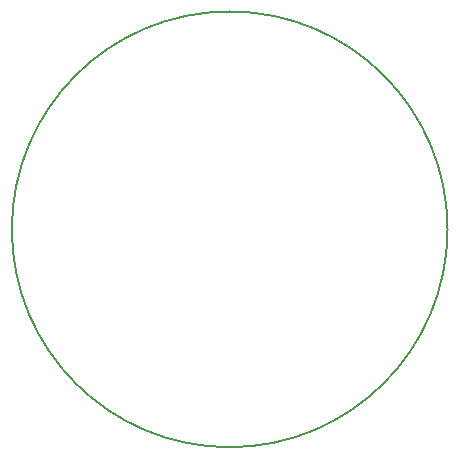
<source format=gbr>
G04 #@! TF.GenerationSoftware,KiCad,Pcbnew,5.0.2-bee76a0~70~ubuntu18.04.1*
G04 #@! TF.CreationDate,2018-12-11T14:37:26+01:00*
G04 #@! TF.ProjectId,Thermometer,54686572-6d6f-46d6-9574-65722e6b6963,rev?*
G04 #@! TF.SameCoordinates,Original*
G04 #@! TF.FileFunction,Profile,NP*
%FSLAX46Y46*%
G04 Gerber Fmt 4.6, Leading zero omitted, Abs format (unit mm)*
G04 Created by KiCad (PCBNEW 5.0.2-bee76a0~70~ubuntu18.04.1) date mar. 11 déc. 2018 14:37:26 CET*
%MOMM*%
%LPD*%
G01*
G04 APERTURE LIST*
%ADD10C,0.150000*%
G04 APERTURE END LIST*
D10*
X148238318Y-100838000D02*
G75*
G03X148238318Y-100838000I-18444318J0D01*
G01*
M02*

</source>
